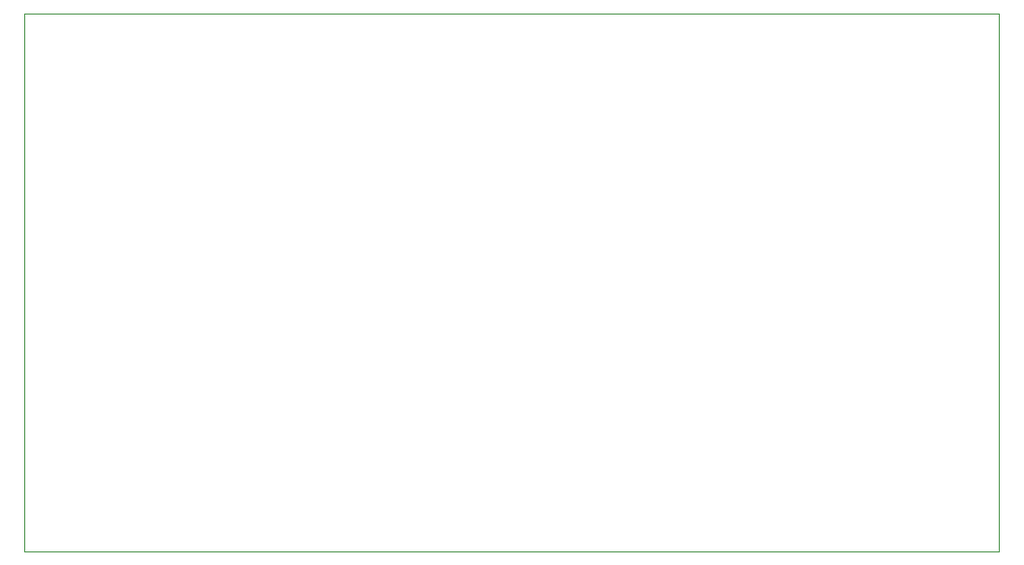
<source format=gbr>
G04 #@! TF.GenerationSoftware,KiCad,Pcbnew,5.1.0-060a0da~80~ubuntu18.04.1*
G04 #@! TF.CreationDate,2019-04-27T22:21:35+03:00*
G04 #@! TF.ProjectId,manipulyator-v3,6d616e69-7075-46c7-9961-746f722d7633,rev?*
G04 #@! TF.SameCoordinates,Original*
G04 #@! TF.FileFunction,Profile,NP*
%FSLAX46Y46*%
G04 Gerber Fmt 4.6, Leading zero omitted, Abs format (unit mm)*
G04 Created by KiCad (PCBNEW 5.1.0-060a0da~80~ubuntu18.04.1) date 2019-04-27 22:21:35*
%MOMM*%
%LPD*%
G04 APERTURE LIST*
%ADD10C,0.050000*%
G04 APERTURE END LIST*
D10*
X120650000Y-88900000D02*
X120650000Y-41910000D01*
X205740000Y-88900000D02*
X120650000Y-88900000D01*
X205740000Y-87630000D02*
X205740000Y-88900000D01*
X205740000Y-41910000D02*
X205740000Y-87630000D01*
X120650000Y-41910000D02*
X205740000Y-41910000D01*
M02*

</source>
